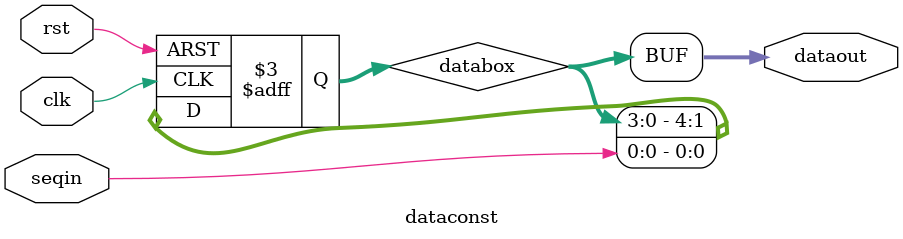
<source format=v>
module dataconst(seqin,clk,rst,dataout);
	input seqin, clk, rst;
	output[4:0] dataout;
	reg[4:0] databox;
	
	always @ (posedge clk or negedge rst) begin
		if (~rst)
			databox <= 5'd0;
		else
			databox <= {databox[3:0],seqin};
	end
	
	assign dataout = databox;

endmodule


</source>
